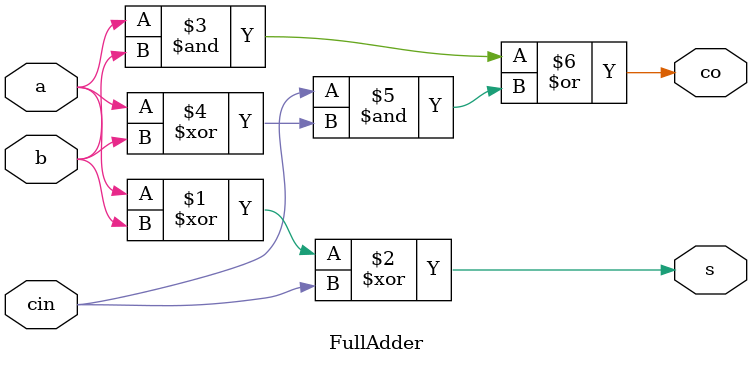
<source format=v>
`timescale 1ns / 1ps

module FullAdder(cin, a, b, s, co);
input cin, a, b;
output s, co;
assign s=a^b^cin;
assign co=(a&b)|(cin&(a^b));
endmodule 


</source>
